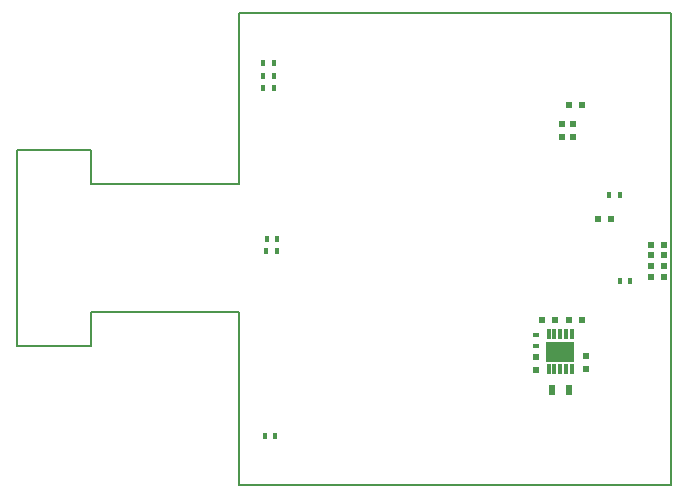
<source format=gbr>
%TF.GenerationSoftware,KiCad,Pcbnew,4.0.7*%
%TF.CreationDate,2019-04-11T13:09:23-05:00*%
%TF.ProjectId,GolfGloveMainBoardV1.0.0,476F6C66476C6F76654D61696E426F61,rev?*%
%TF.FileFunction,Paste,Bot*%
%FSLAX46Y46*%
G04 Gerber Fmt 4.6, Leading zero omitted, Abs format (unit mm)*
G04 Created by KiCad (PCBNEW 4.0.7) date 04/11/19 13:09:23*
%MOMM*%
%LPD*%
G01*
G04 APERTURE LIST*
%ADD10C,0.100000*%
%ADD11C,0.150000*%
%ADD12R,0.600000X0.500000*%
%ADD13R,0.500000X0.600000*%
%ADD14R,0.400000X0.600000*%
%ADD15R,0.500000X0.900000*%
%ADD16R,0.600000X0.400000*%
%ADD17R,0.304800X0.812800*%
%ADD18R,2.387600X1.651000*%
G04 APERTURE END LIST*
D10*
D11*
X148925000Y-151345000D02*
X148925000Y-151355000D01*
X112365000Y-151345000D02*
X148925000Y-151345000D01*
X112365000Y-136675000D02*
X112365000Y-151345000D01*
X99805000Y-136675000D02*
X112365000Y-136675000D01*
X99805000Y-139585000D02*
X99805000Y-136675000D01*
X93605000Y-139585000D02*
X99805000Y-139585000D01*
X93605000Y-122935000D02*
X93605000Y-139585000D01*
X99805000Y-122935000D02*
X93605000Y-122935000D01*
X99805000Y-125835000D02*
X99805000Y-122935000D01*
X112375000Y-125835000D02*
X99805000Y-125835000D01*
X112375000Y-111355000D02*
X112375000Y-125835000D01*
X148925000Y-111355000D02*
X112375000Y-111355000D01*
X148925000Y-151345000D02*
X148925000Y-111355000D01*
D12*
X147250000Y-133725000D03*
X148350000Y-133725000D03*
X148375000Y-131025000D03*
X147275000Y-131025000D03*
X141425000Y-119200000D03*
X140325000Y-119200000D03*
X148365000Y-132755000D03*
X147265000Y-132755000D03*
X148375000Y-131895000D03*
X147275000Y-131895000D03*
D13*
X139725000Y-120765000D03*
X139725000Y-121865000D03*
X140655000Y-120785000D03*
X140655000Y-121885000D03*
D12*
X143850000Y-128800000D03*
X142750000Y-128800000D03*
D13*
X137545000Y-141610000D03*
X137545000Y-140510000D03*
D12*
X137995000Y-137360000D03*
X139095000Y-137360000D03*
D13*
X141745000Y-141535000D03*
X141745000Y-140435000D03*
D12*
X141420000Y-137360000D03*
X140320000Y-137360000D03*
D14*
X145500000Y-134050000D03*
X144600000Y-134050000D03*
D15*
X138845000Y-143285000D03*
X140345000Y-143285000D03*
D14*
X115335000Y-116675000D03*
X114435000Y-116675000D03*
X115455000Y-147215000D03*
X114555000Y-147215000D03*
X115335000Y-117735000D03*
X114435000Y-117735000D03*
X115335000Y-115625000D03*
X114435000Y-115625000D03*
X143725000Y-126750000D03*
X144625000Y-126750000D03*
D16*
X137520000Y-139535000D03*
X137520000Y-138635000D03*
D17*
X140585600Y-141533200D03*
X140103000Y-141533200D03*
X139595000Y-141533200D03*
X139087000Y-141533200D03*
X138604400Y-141533200D03*
X138604400Y-138586800D03*
X139087000Y-138586800D03*
X139595000Y-138586800D03*
X140103000Y-138586800D03*
X140585600Y-138586800D03*
D18*
X139595000Y-140060000D03*
D14*
X114700000Y-131500000D03*
X115600000Y-131500000D03*
X114715000Y-130519999D03*
X115615000Y-130519999D03*
M02*

</source>
